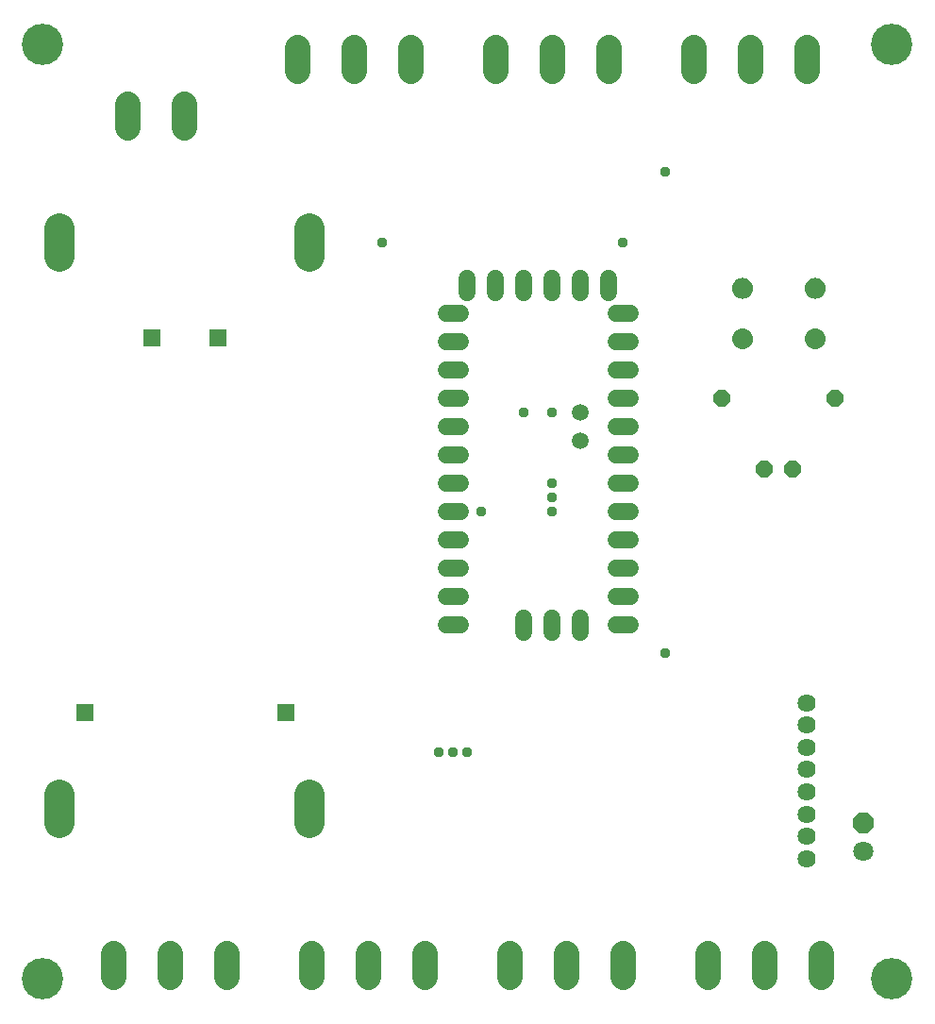
<source format=gbr>
G04 EAGLE Gerber RS-274X export*
G75*
%MOMM*%
%FSLAX34Y34*%
%LPD*%
%INSoldermask Bottom*%
%IPPOS*%
%AMOC8*
5,1,8,0,0,1.08239X$1,22.5*%
G01*
%ADD10C,3.703200*%
%ADD11P,1.951982X8X112.500000*%
%ADD12C,1.803400*%
%ADD13C,2.743200*%
%ADD14P,1.649562X8X22.500000*%
%ADD15C,1.625600*%
%ADD16C,1.511200*%
%ADD17C,1.511200*%
%ADD18R,1.511200X1.511200*%
%ADD19C,2.298700*%
%ADD20C,0.959600*%

G36*
X667749Y648390D02*
X667749Y648390D01*
X667796Y648403D01*
X667871Y648413D01*
X669488Y648891D01*
X669516Y648905D01*
X669537Y648909D01*
X669561Y648923D01*
X669603Y648937D01*
X671095Y649721D01*
X671133Y649751D01*
X671199Y649789D01*
X672510Y650849D01*
X672541Y650885D01*
X672598Y650936D01*
X673677Y652231D01*
X673701Y652273D01*
X673747Y652334D01*
X674553Y653815D01*
X674568Y653860D01*
X674601Y653929D01*
X675102Y655538D01*
X675108Y655586D01*
X675127Y655660D01*
X675302Y657313D01*
X675349Y657569D01*
X675349Y657591D01*
X675356Y657751D01*
X675171Y659469D01*
X675158Y659515D01*
X675146Y659590D01*
X674630Y661239D01*
X674608Y661282D01*
X674582Y661353D01*
X673754Y662870D01*
X673724Y662908D01*
X673684Y662973D01*
X672577Y664299D01*
X672540Y664330D01*
X672488Y664386D01*
X671143Y665470D01*
X671101Y665493D01*
X671039Y665539D01*
X669508Y666340D01*
X669462Y666354D01*
X669393Y666386D01*
X667736Y666874D01*
X667688Y666879D01*
X667614Y666897D01*
X666145Y667029D01*
X666117Y667045D01*
X666078Y667051D01*
X666041Y667066D01*
X665945Y667071D01*
X665895Y667079D01*
X665875Y667076D01*
X665854Y667077D01*
X664163Y666925D01*
X664117Y666912D01*
X664041Y666902D01*
X662412Y666423D01*
X662369Y666402D01*
X662297Y666376D01*
X660793Y665589D01*
X660755Y665560D01*
X660689Y665521D01*
X659367Y664455D01*
X659335Y664419D01*
X659278Y664368D01*
X658189Y663065D01*
X658166Y663024D01*
X658119Y662963D01*
X657306Y661472D01*
X657291Y661427D01*
X657257Y661358D01*
X656750Y659738D01*
X656744Y659690D01*
X656725Y659616D01*
X656544Y657933D01*
X656520Y657735D01*
X656522Y657684D01*
X656518Y657593D01*
X656691Y655884D01*
X656705Y655838D01*
X656716Y655762D01*
X657219Y654120D01*
X657241Y654077D01*
X657267Y654005D01*
X658081Y652492D01*
X658111Y652455D01*
X658151Y652389D01*
X659244Y651065D01*
X659281Y651033D01*
X659332Y650977D01*
X660663Y649891D01*
X660706Y649868D01*
X660767Y649822D01*
X662284Y649017D01*
X662330Y649002D01*
X662399Y648970D01*
X662642Y648897D01*
X662643Y648897D01*
X664045Y648476D01*
X664092Y648470D01*
X664167Y648452D01*
X665754Y648300D01*
X665771Y648294D01*
X665865Y648252D01*
X665875Y648252D01*
X665883Y648248D01*
X666070Y648237D01*
X667749Y648390D01*
G37*
G36*
X732824Y648365D02*
X732824Y648365D01*
X732871Y648378D01*
X732946Y648388D01*
X734563Y648866D01*
X734591Y648880D01*
X734612Y648884D01*
X734636Y648898D01*
X734678Y648912D01*
X736170Y649696D01*
X736208Y649726D01*
X736274Y649764D01*
X737585Y650824D01*
X737616Y650860D01*
X737673Y650911D01*
X738752Y652206D01*
X738776Y652248D01*
X738822Y652309D01*
X739628Y653790D01*
X739643Y653835D01*
X739676Y653904D01*
X740177Y655513D01*
X740183Y655561D01*
X740202Y655635D01*
X740377Y657288D01*
X740424Y657544D01*
X740424Y657566D01*
X740431Y657726D01*
X740246Y659444D01*
X740233Y659490D01*
X740221Y659565D01*
X739705Y661214D01*
X739683Y661257D01*
X739657Y661328D01*
X738829Y662845D01*
X738799Y662883D01*
X738759Y662948D01*
X737652Y664274D01*
X737615Y664305D01*
X737563Y664361D01*
X736218Y665445D01*
X736176Y665468D01*
X736114Y665514D01*
X734583Y666315D01*
X734537Y666329D01*
X734468Y666361D01*
X732811Y666849D01*
X732763Y666854D01*
X732689Y666872D01*
X731220Y667004D01*
X731192Y667020D01*
X731153Y667026D01*
X731116Y667041D01*
X731020Y667046D01*
X730970Y667054D01*
X730950Y667051D01*
X730929Y667052D01*
X729238Y666900D01*
X729192Y666887D01*
X729116Y666877D01*
X727487Y666398D01*
X727444Y666377D01*
X727372Y666351D01*
X725868Y665564D01*
X725830Y665535D01*
X725764Y665496D01*
X724442Y664430D01*
X724410Y664394D01*
X724353Y664343D01*
X723264Y663040D01*
X723241Y662999D01*
X723194Y662938D01*
X722381Y661447D01*
X722366Y661402D01*
X722332Y661333D01*
X721825Y659713D01*
X721819Y659665D01*
X721800Y659591D01*
X721619Y657908D01*
X721595Y657710D01*
X721597Y657659D01*
X721593Y657568D01*
X721766Y655859D01*
X721780Y655813D01*
X721791Y655737D01*
X722294Y654095D01*
X722316Y654052D01*
X722342Y653980D01*
X723156Y652467D01*
X723186Y652430D01*
X723226Y652364D01*
X724319Y651040D01*
X724356Y651008D01*
X724407Y650952D01*
X725738Y649866D01*
X725781Y649843D01*
X725842Y649797D01*
X727359Y648992D01*
X727405Y648977D01*
X727474Y648945D01*
X727717Y648872D01*
X727718Y648872D01*
X729120Y648451D01*
X729167Y648445D01*
X729242Y648427D01*
X730829Y648275D01*
X730846Y648269D01*
X730940Y648227D01*
X730950Y648227D01*
X730958Y648223D01*
X731145Y648212D01*
X732824Y648365D01*
G37*
G36*
X732824Y603127D02*
X732824Y603127D01*
X732871Y603140D01*
X732946Y603150D01*
X734563Y603628D01*
X734591Y603642D01*
X734612Y603646D01*
X734636Y603660D01*
X734678Y603674D01*
X736170Y604458D01*
X736208Y604488D01*
X736274Y604526D01*
X737585Y605586D01*
X737616Y605622D01*
X737673Y605673D01*
X738752Y606968D01*
X738776Y607010D01*
X738822Y607071D01*
X739628Y608552D01*
X739643Y608597D01*
X739676Y608666D01*
X740177Y610275D01*
X740183Y610323D01*
X740202Y610397D01*
X740377Y612050D01*
X740424Y612306D01*
X740424Y612328D01*
X740431Y612488D01*
X740246Y614206D01*
X740233Y614252D01*
X740221Y614327D01*
X739705Y615976D01*
X739683Y616019D01*
X739657Y616090D01*
X738829Y617607D01*
X738799Y617645D01*
X738759Y617710D01*
X737652Y619036D01*
X737615Y619067D01*
X737563Y619123D01*
X736218Y620207D01*
X736176Y620230D01*
X736114Y620276D01*
X734583Y621077D01*
X734537Y621091D01*
X734468Y621123D01*
X732811Y621611D01*
X732763Y621616D01*
X732689Y621634D01*
X731220Y621766D01*
X731192Y621782D01*
X731153Y621788D01*
X731116Y621803D01*
X731020Y621808D01*
X730970Y621816D01*
X730950Y621813D01*
X730929Y621814D01*
X729238Y621662D01*
X729192Y621649D01*
X729116Y621639D01*
X727487Y621160D01*
X727444Y621139D01*
X727372Y621113D01*
X725868Y620326D01*
X725830Y620297D01*
X725764Y620258D01*
X724442Y619192D01*
X724410Y619156D01*
X724353Y619105D01*
X723264Y617802D01*
X723241Y617761D01*
X723194Y617700D01*
X722381Y616209D01*
X722366Y616164D01*
X722332Y616095D01*
X721825Y614475D01*
X721819Y614427D01*
X721800Y614353D01*
X721619Y612670D01*
X721595Y612472D01*
X721597Y612421D01*
X721593Y612330D01*
X721766Y610621D01*
X721780Y610575D01*
X721791Y610499D01*
X722294Y608857D01*
X722316Y608814D01*
X722342Y608742D01*
X723156Y607229D01*
X723186Y607192D01*
X723226Y607126D01*
X724319Y605802D01*
X724356Y605770D01*
X724407Y605714D01*
X725738Y604628D01*
X725781Y604605D01*
X725842Y604559D01*
X727359Y603754D01*
X727405Y603739D01*
X727474Y603707D01*
X727717Y603634D01*
X727718Y603634D01*
X729120Y603213D01*
X729167Y603207D01*
X729242Y603189D01*
X730829Y603037D01*
X730846Y603031D01*
X730940Y602989D01*
X730950Y602989D01*
X730958Y602985D01*
X731145Y602974D01*
X732824Y603127D01*
G37*
G36*
X667800Y603102D02*
X667800Y603102D01*
X667847Y603115D01*
X667922Y603125D01*
X669539Y603603D01*
X669567Y603617D01*
X669588Y603621D01*
X669612Y603635D01*
X669654Y603649D01*
X671146Y604433D01*
X671184Y604463D01*
X671250Y604501D01*
X672561Y605561D01*
X672592Y605597D01*
X672649Y605648D01*
X673728Y606943D01*
X673752Y606985D01*
X673798Y607046D01*
X674604Y608527D01*
X674619Y608572D01*
X674652Y608641D01*
X675153Y610250D01*
X675159Y610298D01*
X675178Y610372D01*
X675353Y612025D01*
X675400Y612281D01*
X675400Y612303D01*
X675407Y612463D01*
X675222Y614181D01*
X675209Y614227D01*
X675197Y614302D01*
X674681Y615951D01*
X674659Y615994D01*
X674633Y616065D01*
X673805Y617582D01*
X673775Y617620D01*
X673735Y617685D01*
X672628Y619011D01*
X672591Y619042D01*
X672539Y619098D01*
X671194Y620182D01*
X671152Y620205D01*
X671090Y620251D01*
X669559Y621052D01*
X669513Y621066D01*
X669444Y621098D01*
X667787Y621586D01*
X667739Y621591D01*
X667665Y621609D01*
X666196Y621741D01*
X666168Y621757D01*
X666129Y621763D01*
X666092Y621778D01*
X665996Y621783D01*
X665946Y621791D01*
X665926Y621788D01*
X665905Y621789D01*
X664214Y621637D01*
X664168Y621624D01*
X664092Y621614D01*
X662463Y621135D01*
X662420Y621114D01*
X662348Y621088D01*
X660844Y620301D01*
X660806Y620272D01*
X660740Y620233D01*
X659418Y619167D01*
X659386Y619131D01*
X659329Y619080D01*
X658240Y617777D01*
X658217Y617736D01*
X658170Y617675D01*
X657357Y616184D01*
X657342Y616139D01*
X657308Y616070D01*
X656801Y614450D01*
X656795Y614402D01*
X656776Y614328D01*
X656595Y612645D01*
X656571Y612447D01*
X656573Y612396D01*
X656569Y612305D01*
X656742Y610596D01*
X656756Y610550D01*
X656767Y610474D01*
X657270Y608832D01*
X657292Y608789D01*
X657318Y608717D01*
X658132Y607204D01*
X658162Y607167D01*
X658202Y607101D01*
X659295Y605777D01*
X659332Y605745D01*
X659383Y605689D01*
X660714Y604603D01*
X660757Y604580D01*
X660818Y604534D01*
X662335Y603729D01*
X662381Y603714D01*
X662450Y603682D01*
X662693Y603609D01*
X662694Y603609D01*
X664096Y603188D01*
X664143Y603182D01*
X664218Y603164D01*
X665805Y603012D01*
X665822Y603006D01*
X665916Y602964D01*
X665926Y602964D01*
X665934Y602960D01*
X666121Y602949D01*
X667800Y603102D01*
G37*
D10*
X38100Y38100D03*
X800100Y38100D03*
X38100Y876300D03*
X800100Y876300D03*
D11*
X774700Y177800D03*
D12*
X774700Y152400D03*
D13*
X52578Y685800D02*
X52578Y711200D01*
X277622Y711200D02*
X277622Y685800D01*
X52578Y203200D02*
X52578Y177800D01*
X277622Y177800D02*
X277622Y203200D01*
D14*
X685800Y495300D03*
X711200Y495300D03*
X647700Y558800D03*
X749300Y558800D03*
D15*
X723900Y145900D03*
X723900Y165900D03*
X723900Y185900D03*
X723900Y205900D03*
X723900Y225900D03*
X723900Y245900D03*
X723900Y265900D03*
X723900Y285900D03*
D16*
X419100Y653860D02*
X419100Y666940D01*
X444500Y666940D02*
X444500Y653860D01*
X469900Y653860D02*
X469900Y666940D01*
X495300Y666940D02*
X495300Y653860D01*
X520700Y653860D02*
X520700Y666940D01*
X546100Y666940D02*
X546100Y653860D01*
X412940Y635000D02*
X399860Y635000D01*
X399860Y609600D02*
X412940Y609600D01*
X412940Y584200D02*
X399860Y584200D01*
X399860Y558800D02*
X412940Y558800D01*
X412940Y533400D02*
X399860Y533400D01*
X399860Y508000D02*
X412940Y508000D01*
X412940Y482600D02*
X399860Y482600D01*
X399860Y457200D02*
X412940Y457200D01*
X412940Y431800D02*
X399860Y431800D01*
X399860Y406400D02*
X412940Y406400D01*
X412940Y381000D02*
X399860Y381000D01*
X399860Y355600D02*
X412940Y355600D01*
X552260Y635000D02*
X565340Y635000D01*
X565340Y609600D02*
X552260Y609600D01*
X552260Y584200D02*
X565340Y584200D01*
X565340Y558800D02*
X552260Y558800D01*
X552260Y533400D02*
X565340Y533400D01*
X565340Y508000D02*
X552260Y508000D01*
X552260Y482600D02*
X565340Y482600D01*
X565340Y457200D02*
X552260Y457200D01*
X552260Y431800D02*
X565340Y431800D01*
X565340Y406400D02*
X552260Y406400D01*
X552260Y381000D02*
X565340Y381000D01*
X565340Y355600D02*
X552260Y355600D01*
X520700Y362140D02*
X520700Y349060D01*
X495300Y349060D02*
X495300Y362140D01*
X469900Y362140D02*
X469900Y349060D01*
D17*
X520700Y546100D03*
X520700Y520700D03*
D18*
X135800Y613000D03*
X194800Y613000D03*
X255800Y277000D03*
X75800Y277000D03*
D19*
X165100Y802323D02*
X165100Y823278D01*
X114300Y823278D02*
X114300Y802323D01*
X101600Y61278D02*
X101600Y40323D01*
X152400Y40323D02*
X152400Y61278D01*
X203200Y61278D02*
X203200Y40323D01*
X279400Y40323D02*
X279400Y61278D01*
X330200Y61278D02*
X330200Y40323D01*
X381000Y40323D02*
X381000Y61278D01*
X457200Y61278D02*
X457200Y40323D01*
X508000Y40323D02*
X508000Y61278D01*
X558800Y61278D02*
X558800Y40323D01*
X635000Y40323D02*
X635000Y61278D01*
X685800Y61278D02*
X685800Y40323D01*
X736600Y40323D02*
X736600Y61278D01*
X723900Y853123D02*
X723900Y874078D01*
X673100Y874078D02*
X673100Y853123D01*
X622300Y853123D02*
X622300Y874078D01*
X546100Y874078D02*
X546100Y853123D01*
X495300Y853123D02*
X495300Y874078D01*
X444500Y874078D02*
X444500Y853123D01*
X368300Y853123D02*
X368300Y874078D01*
X317500Y874078D02*
X317500Y853123D01*
X266700Y853123D02*
X266700Y874078D01*
D20*
X431800Y457200D03*
X495300Y546100D03*
X469900Y546100D03*
X342900Y698500D03*
X558800Y698500D03*
X596900Y330200D03*
X393700Y241300D03*
X495300Y482600D03*
X406400Y241300D03*
X495300Y469900D03*
X419100Y241300D03*
X495300Y457200D03*
X596900Y762000D03*
M02*

</source>
